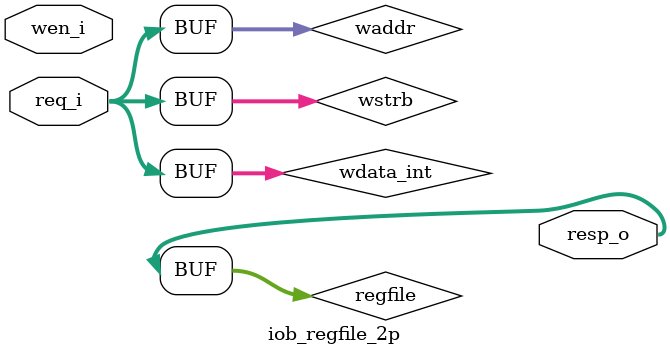
<source format=v>
`timescale 1 ns / 1 ps

module iob_regfile_2p #(
   parameter N       = 0,           //number of registers
   parameter W       = 0,           //register width
   parameter WDATA_W = 0,           //width of write data
   parameter WADDR_W = 0,           //width of write address
   parameter RDATA_W = 0,           //width of read data
   parameter RADDR_W = 0,           //width of read address
   //cpu interface
   //the address on the cpu side must be a byte address
   parameter DATA_W  = 0,           //width of data
   parameter WSTRB_W = WDATA_W / 8  //width of write strobe
) (
   `include "clk_en_rst_s_port.vs"
   input                                              wen_i,
   input  [((RADDR_W+WADDR_W)+(WSTRB_W+WDATA_W))-1:0] req_i,
   output [                              RDATA_W-1:0] resp_o
);

   //register file and register file write enable
   wire [(N*W)-1 : 0]                                          regfile;
   wire [      N-1:0]                                          wen;

   //reconstruct write address from waddr_i and wstrb_i
   wire [WSTRB_W-1:0] wstrb = req_i[WDATA_W+:WSTRB_W];
   wire [WADDR_W-1:0] waddr = req_i[WSTRB_W+WDATA_W+:WADDR_W];
   localparam WADDR_INT_W = (WADDR_W > ($clog2(
       DATA_W / 8
   ) + 1)) ? WADDR_W : ($clog2(
       DATA_W / 8
   ) + 1);
   wire [($clog2(DATA_W/8)+1)-1:0]                                 waddr_incr;
   wire [         WADDR_INT_W-1:0] waddr_int = waddr + waddr_incr;

   iob_ctls #(
      .W     (DATA_W / 8),
      .MODE  (0),
      .SYMBOL(0)
   ) iob_ctls_txinst (
      .data_i (wstrb),
      .count_o(waddr_incr)
   );

   //write register file
   wire [WDATA_W-1:0] wdata_int = req_i[WDATA_W-1:0];
   genvar i;
   genvar j;

   localparam LAST_I = (N / WSTRB_W) * WSTRB_W;
   localparam REM_I = (N - LAST_I) + 1;

   generate
      for (i = 0; i < N; i = i + WSTRB_W) begin : g_rows
         for (j = 0; j < ((i == LAST_I) ? REM_I : WSTRB_W); j = j + 1) begin : g_columns

            if ((i + j) < N) begin : g_if
               assign wen[i+j] = wen_i & (waddr_int == (i + j)) & wstrb[j];
               iob_reg_e #(
                  .DATA_W (W),
                  .RST_VAL({W{1'b0}})
               ) iob_reg_inst (
                  `include "clk_en_rst_s_s_portmap.vs"
                  .en_i  (wen[i+j]),
                  .data_i(wdata_int[(j*8)+:W]),
                  .data_o(regfile[(i+j)*W+:W])
               );
            end
         end
      end
   endgenerate

   //read register file
   generate
      if (RADDR_W > 0) begin : g_read
         wire [RADDR_W-1:0] raddr = req_i[(WSTRB_W+WDATA_W)+WADDR_W+:RADDR_W];
         assign resp_o = regfile[RDATA_W*raddr+:RDATA_W];
      end else begin : g_read
         assign resp_o = regfile;
      end
   endgenerate

endmodule

</source>
